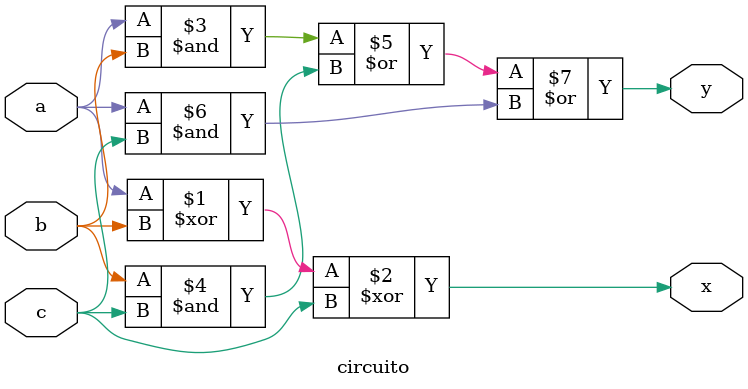
<source format=sv>

module circuito(a, b, c, x, y);

input a, b,c;
output x, y;

assign x = (a ^ b ^ c);
assign y = (a & b) | (b & c) | (a & c);

endmodule
</source>
